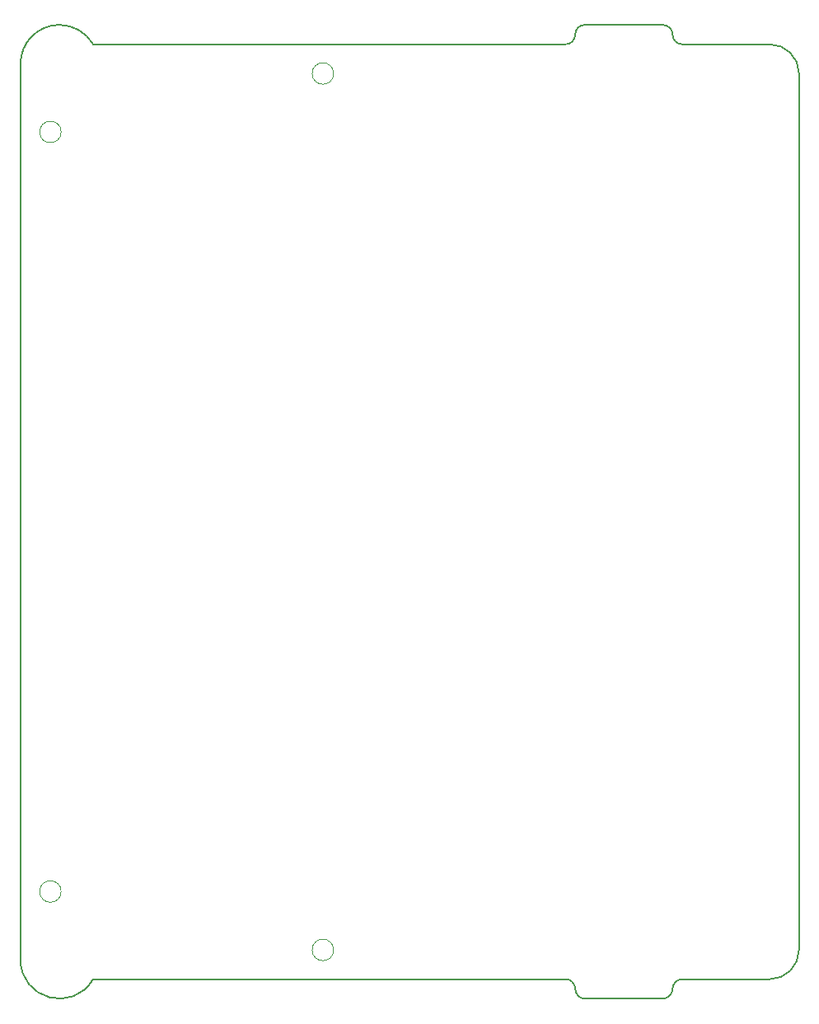
<source format=gbr>
%TF.GenerationSoftware,KiCad,Pcbnew,9.0.2*%
%TF.CreationDate,2025-06-09T15:51:03+03:00*%
%TF.ProjectId,PMCNV-AI8IU,504d434e-562d-4414-9938-49552e6b6963,rev?*%
%TF.SameCoordinates,Original*%
%TF.FileFunction,Profile,NP*%
%FSLAX46Y46*%
G04 Gerber Fmt 4.6, Leading zero omitted, Abs format (unit mm)*
G04 Created by KiCad (PCBNEW 9.0.2) date 2025-06-09 15:51:03*
%MOMM*%
%LPD*%
G01*
G04 APERTURE LIST*
%TA.AperFunction,Profile*%
%ADD10C,0.200000*%
%TD*%
%TA.AperFunction,Profile*%
%ADD11C,0.050000*%
%TD*%
G04 APERTURE END LIST*
D10*
X27000000Y-49000000D02*
G75*
G02*
X28000000Y-48000000I1000000J0D01*
G01*
X37000000Y48000000D02*
X28000000Y48000000D01*
X17000000Y49000000D02*
G75*
G02*
X16000000Y48000000I-1000000J0D01*
G01*
X-40000000Y46000000D02*
G75*
G02*
X-36000000Y50000000I4000000J0D01*
G01*
X17000000Y49000000D02*
G75*
G02*
X18000000Y50000000I1000000J0D01*
G01*
X-40000000Y46000000D02*
X-40000000Y-46000000D01*
X37000000Y48000000D02*
G75*
G02*
X40000000Y45000000I0J-3000000D01*
G01*
X16000000Y-48000000D02*
G75*
G02*
X17000000Y-49000000I0J-1000000D01*
G01*
X-32535899Y-48000000D02*
G75*
G02*
X-39999999Y-46000000I-3464101J2000000D01*
G01*
X16000000Y-48000000D02*
X-32535900Y-48000000D01*
X26000000Y50000000D02*
G75*
G02*
X27000000Y49000000I0J-1000000D01*
G01*
X27000000Y-49000000D02*
G75*
G02*
X26000000Y-50000000I-1000000J0D01*
G01*
X18000000Y-50000000D02*
X26000000Y-50000000D01*
X-32527027Y48000000D02*
X16000000Y48000000D01*
X-36000000Y50000000D02*
G75*
G02*
X-32533686Y47996164I0J-4000000D01*
G01*
X26000000Y50000000D02*
X18000000Y50000000D01*
X28000000Y48000000D02*
G75*
G02*
X27000000Y49000000I0J1000000D01*
G01*
X28000000Y-48000000D02*
X37000000Y-48000000D01*
X18000000Y-50000000D02*
G75*
G02*
X17000000Y-49000000I0J1000000D01*
G01*
X40000000Y-45000000D02*
G75*
G02*
X37000000Y-48000000I-3000000J0D01*
G01*
X40000000Y45000000D02*
X40000000Y-45000000D01*
D11*
%TO.C,U1*%
X-35826271Y39000000D02*
G75*
G02*
X-38026271Y39000000I-1100000J0D01*
G01*
X-38026271Y39000000D02*
G75*
G02*
X-35826271Y39000000I1100000J0D01*
G01*
X-35826271Y-39000000D02*
G75*
G02*
X-38026271Y-39000000I-1100000J0D01*
G01*
X-38026271Y-39000000D02*
G75*
G02*
X-35826271Y-39000000I1100000J0D01*
G01*
X-7826271Y45000000D02*
G75*
G02*
X-10026271Y45000000I-1100000J0D01*
G01*
X-10026271Y45000000D02*
G75*
G02*
X-7826271Y45000000I1100000J0D01*
G01*
X-7826271Y-45000000D02*
G75*
G02*
X-10026271Y-45000000I-1100000J0D01*
G01*
X-10026271Y-45000000D02*
G75*
G02*
X-7826271Y-45000000I1100000J0D01*
G01*
%TD*%
M02*

</source>
